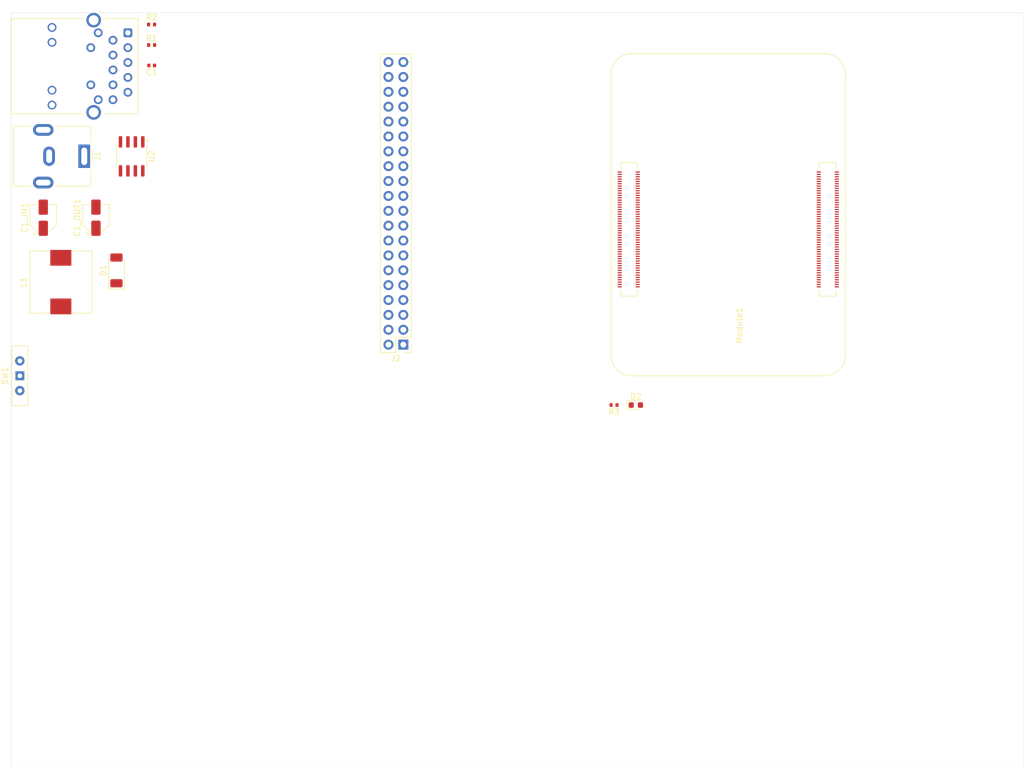
<source format=kicad_pcb>
(kicad_pcb (version 20241229) (generator "pcbnew") (generator_version "9.0")
  (layers (0 "F.Cu" signal) (4 "In1.Cu" signal) (6 "In2.Cu" signal) (2 "B.Cu" signal) (13 "F.Paste" user) (15 "B.Paste" user) (5 "F.SilkS" user "F.Silkscreen") (7 "B.SilkS" user "B.Silkscreen") (1 "F.Mask" user) (3 "B.Mask" user) (25 "Edge.Cuts" user))
  (net 0 "")
  (net 1 "-12V")
  (net 2 "Net-(D1-K)")
  (net 3 "+12V")
  (net 7 "/p+0")
  (net 40 "+3V3")
  (net 41 "+1V8")
  (net 43 "/led2")
  (net 46 "/p+3")
  (net 48 "/p-1")
  (net 56 "+5V")
  (net 61 "/p-2")
  (net 62 "/p+2")
  (net 63 "/p-0")
  (net 64 "/led1")
  (net 65 "/p-3")
  (net 66 "Net-(U1-LEDY_K)")
  (net 67 "Net-(U1-LEDG_K)")
  (net 68 "Net-(C1-Pad2)")
  (net 69 "Net-(D2-K)")
  (net 84 "/GPIO7")
  (net 85 "/GPIO3")
  (net 87 "/GPIO15")
  (net 88 "/GPIO14")
  (net 89 "/GPIO1")
  (net 90 "/GPIO13")
  (net 91 "/GPIO12")
  (net 92 "/GPIO5")
  (net 93 "/GPIO17")
  (net 94 "/GPIO8")
  (net 95 "/GPIO18")
  (net 96 "/GPIO4")
  (net 97 "/GPIO9")
  (net 98 "/GPIO27")
  (net 99 "/GPIO24")
  (net 100 "/GPIO23")
  (net 101 "/GPIO6")
  (net 102 "/GPIO19")
  (net 103 "/GPIO26")
  (net 104 "/GPIO25")
  (net 105 "/GPIO0")
  (net 106 "/GPIO21")
  (net 107 "/GPIO2")
  (net 108 "/GPIO10")
  (net 109 "/GPIO20")
  (net 110 "/GPIO16")
  (net 111 "/GPIO11")
  (net 112 "/GPIO22")
  (net 163 "Net-(Module1A-LED_nPWR)")
  (net 170 "/p+1")
  (net 171 "Net-(SW1-B)")
  (footprint "Resistor_SMD:R_0402_1005Metric" (layer "F.Cu") (at 83.01 41.5)
    (property "Reference" "R1" (at 0 -1.17 0) (layer "F.SilkS"))
    (property "Value" "470R")
    (fp_line (start -0.153641 -0.38) (end 0.153641 -0.38) (stroke (width 0.12)) (layer "F.SilkS"))
    (fp_line (start -0.153641 0.38) (end 0.153641 0.38) (stroke (width 0.12)) (layer "F.SilkS"))
    (pad "1" smd roundrect (at -0.51 0) (size 0.54 0.64) (layers "F.Cu" "F.Mask" "F.Paste") (net 66 "Net-(U1-LEDY_K)"))
    (pad "2" smd roundrect (at 0.51 0) (size 0.54 0.64) (layers "F.Cu" "F.Mask" "F.Paste") (net 64 "/led1"))
  )
  (footprint "Button_Switch_THT:SW_Slide-03_Wuerth-WS-SLTV_10x2.5x6.4_P2.54mm" (layer "F.Cu") (at 60.5 98 90)
    (property "Reference" "SW1" (at 0 -2.54 90) (layer "F.SilkS"))
    (property "Value" "SW_Wuerth_450301014042" (hide yes))
    (fp_rect (start -5.11 -1.36) (end 5.11 1.36) (stroke (width 0.12)) (fill no) (layer "F.SilkS"))
    (pad "1" thru_hole rect (at 0 0 90) (size 1.5 1.5) (drill 0.8) (layers "*.Cu" "*.Mask") (net 171 "Net-(SW1-B)"))
    (pad "2" thru_hole circle (at -2.54 0 90) (size 1.6 1.6) (drill 0.8) (layers "*.Cu" "*.Mask") (net 56 "+5V"))
    (pad "3" thru_hole circle (at 2.54 0 90) (size 1.6 1.6) (drill 0.8) (layers "*.Cu" "*.Mask"))
  )
  (footprint "Capacitor_SMD:C_0402_1005Metric" (layer "F.Cu") (at 83.02 45 180)
    (property "Reference" "C1" (at 0 -1.16 0) (layer "F.SilkS"))
    (property "Value" "100n")
    (fp_line (start -0.107836 0.36) (end 0.107836 0.36) (stroke (width 0.12)) (layer "F.SilkS"))
    (fp_line (start -0.107836 -0.36) (end 0.107836 -0.36) (stroke (width 0.12)) (layer "F.SilkS"))
    (pad "1" smd roundrect (at -0.48 0 180) (size 0.56 0.62) (layers "F.Cu" "F.Mask" "F.Paste") (net 1 "-12V"))
    (pad "2" smd roundrect (at 0.48 0 180) (size 0.56 0.62) (layers "F.Cu" "F.Mask" "F.Paste") (net 68 "Net-(C1-Pad2)"))
  )
  (footprint "Connector_BarrelJack:BarrelJack_CUI_PJ-063AH_Horizontal" (layer "F.Cu") (at 71.5 60.5 -90)
    (property "Reference" "J1" (at 0 -2.3 90) (layer "F.SilkS"))
    (property "Value" "Barrel_Jack")
    (fp_line (start -5.11 12.11) (end -5.11 9.05) (stroke (width 0.12)) (layer "F.SilkS"))
    (fp_line (start 5.11 12.11) (end -5.11 12.11) (stroke (width 0.12)) (layer "F.SilkS"))
    (fp_line (start 5.11 9.05) (end 5.11 12.11) (stroke (width 0.12)) (layer "F.SilkS"))
    (fp_line (start -5.11 4.95) (end -5.11 -1.11) (stroke (width 0.12)) (layer "F.SilkS"))
    (fp_line (start -5.11 -1.11) (end -2.3 -1.11) (stroke (width 0.12)) (layer "F.SilkS"))
    (fp_line (start 2.3 -1.11) (end 5.11 -1.11) (stroke (width 0.12)) (layer "F.SilkS"))
    (fp_line (start 5.11 -1.11) (end 5.11 4.95) (stroke (width 0.12)) (layer "F.SilkS"))
    (fp_line (start -1 -1.3) (end 1 -1.3) (stroke (width 0.12)) (layer "F.SilkS"))
    (pad "" np_thru_hole circle (at 0 9 270) (size 1.6 1.6) (drill 1.6) (layers "*.Cu" "*.Mask"))
    (pad "1" thru_hole rect (at 0 0 270) (size 4 2) (drill oval 3 1) (layers "*.Cu" "*.Mask") (net 1 "-12V"))
    (pad "2" thru_hole oval (at 0 6 270) (size 3.3 2) (drill oval 2.3 1) (layers "*.Cu" "*.Mask") (net 3 "+12V"))
    (pad "MP" thru_hole oval (at -4.5 7 270) (size 2 3.5) (drill oval 1 2.5) (layers "*.Cu" "*.Mask"))
    (pad "MP" thru_hole oval (at 4.5 7 270) (size 2 3.5) (drill oval 1 2.5) (layers "*.Cu" "*.Mask"))
  )
  (footprint "CM5IO:Raspberry-Pi-5-Compute-Module" (layer "F.Cu") (at 165 94.5)
    (property "Reference" "Module1" (at 18.38 -5.08 270) (layer "F.SilkS"))
    (property "Value" "ComputeModule5-CM5")
    (fp_line (start -3.5 -48) (end -3.5 0) (stroke (width 0.12)) (layer "F.SilkS"))
    (fp_line (start -1.86 -32.9) (end -1.86 -31.9) (stroke (width 0.12)) (layer "F.SilkS"))
    (fp_line (start -1.86 -32.9) (end 0.94 -32.9) (stroke (width 0.12)) (layer "F.SilkS"))
    (fp_line (start -1.86 -10.1) (end -1.86 -11.1) (stroke (width 0.12)) (layer "F.SilkS"))
    (fp_line (start -1.86 -10.1) (end 0.94 -10.1) (stroke (width 0.12)) (layer "F.SilkS"))
    (fp_line (start 0 3.5) (end 33 3.5) (stroke (width 0.12)) (layer "F.SilkS"))
    (fp_line (start 0.94 -32.9) (end 0.94 -31.9) (stroke (width 0.12)) (layer "F.SilkS"))
    (fp_line (start 0.94 -10.1) (end 0.94 -11.1) (stroke (width 0.12)) (layer "F.SilkS"))
    (fp_line (start 32.06 -32.9) (end 32.06 -31.9) (stroke (width 0.12)) (layer "F.SilkS"))
    (fp_line (start 32.06 -32.9) (end 34.94 -32.9) (stroke (width 0.12)) (layer "F.SilkS"))
    (fp_line (start 32.06 -10.1) (end 32.06 -11.1) (stroke (width 0.12)) (layer "F.SilkS"))
    (fp_line (start 32.06 -10.1) (end 34.94 -10.1) (stroke (width 0.12)) (layer "F.SilkS"))
    (fp_line (start 33 -51.5) (end 0 -51.5) (stroke (width 0.12)) (layer "F.SilkS"))
    (fp_line (start 34.94 -32.9) (end 34.94 -31.9) (stroke (width 0.12)) (layer "F.SilkS"))
    (fp_line (start 34.94 -10.1) (end 34.94 -11.1) (stroke (width 0.12)) (layer "F.SilkS"))
    (fp_line (start 36.5 0) (end 36.5 -48) (stroke (width 0.12)) (layer "F.SilkS"))
    (fp_arc (start -3.5 -48) (mid -2.474874 -50.474874) (end 0 -51.5) (stroke (width 0.12)) (layer "F.SilkS"))
    (fp_arc (start 0 3.5) (mid -2.474874 2.474874) (end -3.5 0) (stroke (width 0.12)) (layer "F.SilkS"))
    (fp_arc (start 33 -51.5) (mid 35.474874 -50.474874) (end 36.5 -48) (stroke (width 0.12)) (layer "F.SilkS"))
    (fp_arc (start 36.5 0) (mid 35.474874 2.474874) (end 33 3.5) (stroke (width 0.12)) (layer "F.SilkS"))
    (pad "" np_thru_hole circle (at 0 -48) (size 2.7 2.7) (drill 2.7) (layers "*.Cu" "*.Mask") (clearance 1.7))
    (pad "" np_thru_hole circle (at 0 0) (size 2.7 2.7) (drill 2.7) (layers "*.Cu" "*.Mask") (clearance 1.7))
    (pad "" np_thru_hole circle (at 33 -48) (size 2.7 2.7) (drill 2.7) (layers "*.Cu" "*.Mask") (clearance 1.7))
    (pad "" np_thru_hole circle (at 33 0) (size 2.7 2.7) (drill 2.7) (layers "*.Cu" "*.Mask") (clearance 1.7))
    (pad "1" smd rect (at -2.04 -31.3 270) (size 0.2 0.7) (layers "F.Cu" "F.Mask" "F.Paste") (net 1 "-12V"))
    (pad "2" smd rect (at 1.04 -31.3 270) (size 0.2 0.7) (layers "F.Cu" "F.Mask" "F.Paste") (net 1 "-12V"))
    (pad "3" smd rect (at -2.04 -30.9 270) (size 0.2 0.7) (layers "F.Cu" "F.Mask" "F.Paste") (net 46 "/p+3"))
    (pad "4" smd rect (at 1.04 -30.9 270) (size 0.2 0.7) (layers "F.Cu" "F.Mask" "F.Paste") (net 62 "/p+2"))
    (pad "5" smd rect (at -2.04 -30.5 270) (size 0.2 0.7) (layers "F.Cu" "F.Mask" "F.Paste") (net 65 "/p-3"))
    (pad "6" smd rect (at 1.04 -30.5 270) (size 0.2 0.7) (layers "F.Cu" "F.Mask" "F.Paste") (net 48 "/p-1"))
    (pad "7" smd rect (at -2.04 -30.1 270) (size 0.2 0.7) (layers "F.Cu" "F.Mask" "F.Paste") (net 1 "-12V"))
    (pad "8" smd rect (at 1.04 -30.1 270) (size 0.2 0.7) (layers "F.Cu" "F.Mask" "F.Paste") (net 1 "-12V"))
    (pad "9" smd rect (at -2.04 -29.7 270) (size 0.2 0.7) (layers "F.Cu" "F.Mask" "F.Paste") (net 61 "/p-2"))
    (pad "10" smd rect (at 1.04 -29.7 270) (size 0.2 0.7) (layers "F.Cu" "F.Mask" "F.Paste") (net 63 "/p-0"))
    (pad "11" smd rect (at -2.04 -29.3 270) (size 0.2 0.7) (layers "F.Cu" "F.Mask" "F.Paste") (net 62 "/p+2"))
    (pad "12" smd rect (at 1.04 -29.3 270) (size 0.2 0.7) (layers "F.Cu" "F.Mask" "F.Paste") (net 7 "/p+0"))
    (pad "13" smd rect (at -2.04 -28.9 270) (size 0.2 0.7) (layers "F.Cu" "F.Mask" "F.Paste") (net 1 "-12V"))
    (pad "14" smd rect (at 1.04 -28.9 270) (size 0.2 0.7) (layers "F.Cu" "F.Mask" "F.Paste") (net 1 "-12V"))
    (pad "15" smd rect (at -2.04 -28.5 270) (size 0.2 0.7) (layers "F.Cu" "F.Mask" "F.Paste") (net 64 "/led1"))
    (pad "16" smd rect (at 1.04 -28.5 270) (size 0.2 0.7) (layers "F.Cu" "F.Mask" "F.Paste"))
    (pad "17" smd rect (at -2.04 -28.1 270) (size 0.2 0.7) (layers "F.Cu" "F.Mask" "F.Paste") (net 43 "/led2"))
    (pad "18" smd rect (at 1.04 -28.1 270) (size 0.2 0.7) (layers "F.Cu" "F.Mask" "F.Paste"))
    (pad "19" smd rect (at -2.04 -27.7 270) (size 0.2 0.7) (layers "F.Cu" "F.Mask" "F.Paste"))
    (pad "20" smd rect (at 1.04 -27.7 270) (size 0.2 0.7) (layers "F.Cu" "F.Mask" "F.Paste"))
    (pad "21" smd rect (at -2.04 -27.3 270) (size 0.2 0.7) (layers "F.Cu" "F.Mask" "F.Paste"))
    (pad "22" smd rect (at 1.04 -27.3 270) (size 0.2 0.7) (layers "F.Cu" "F.Mask" "F.Paste") (net 1 "-12V"))
    (pad "23" smd rect (at -2.04 -26.9 270) (size 0.2 0.7) (layers "F.Cu" "F.Mask" "F.Paste") (net 1 "-12V"))
    (pad "24" smd rect (at 1.04 -26.9 270) (size 0.2 0.7) (layers "F.Cu" "F.Mask" "F.Paste") (net 103 "/GPIO26"))
    (pad "25" smd rect (at -2.04 -26.5 270) (size 0.2 0.7) (layers "F.Cu" "F.Mask" "F.Paste"))
    (pad "26" smd rect (at 1.04 -26.5 270) (size 0.2 0.7) (layers "F.Cu" "F.Mask" "F.Paste") (net 102 "/GPIO19"))
    (pad "27" smd rect (at -2.04 -26.1 270) (size 0.2 0.7) (layers "F.Cu" "F.Mask" "F.Paste"))
    (pad "28" smd rect (at 1.04 -26.1 270) (size 0.2 0.7) (layers "F.Cu" "F.Mask" "F.Paste") (net 90 "/GPIO13"))
    (pad "29" smd rect (at -2.04 -25.7 270) (size 0.2 0.7) (layers "F.Cu" "F.Mask" "F.Paste"))
    (pad "30" smd rect (at 1.04 -25.7 270) (size 0.2 0.7) (layers "F.Cu" "F.Mask" "F.Paste") (net 101 "/GPIO6"))
    (pad "31" smd rect (at -2.04 -25.3 270) (size 0.2 0.7) (layers "F.Cu" "F.Mask" "F.Paste"))
    (pad "32" smd rect (at 1.04 -25.3 270) (size 0.2 0.7) (layers "F.Cu" "F.Mask" "F.Paste") (net 1 "-12V"))
    (pad "33" smd rect (at -2.04 -24.9 270) (size 0.2 0.7) (layers "F.Cu" "F.Mask" "F.Paste") (net 1 "-12V"))
    (pad "34" smd rect (at 1.04 -24.9 270) (size 0.2 0.7) (layers "F.Cu" "F.Mask" "F.Paste") (net 92 "/GPIO5"))
    (pad "35" smd rect (at -2.04 -24.5 270) (size 0.2 0.7) (layers "F.Cu" "F.Mask" "F.Paste"))
    (pad "36" smd rect (at 1.04 -24.5 270) (size 0.2 0.7) (layers "F.Cu" "F.Mask" "F.Paste"))
    (pad "37" smd rect (at -2.04 -24.1 270) (size 0.2 0.7) (layers "F.Cu" "F.Mask" "F.Paste"))
    (pad "38" smd rect (at 1.04 -24.1 270) (size 0.2 0.7) (layers "F.Cu" "F.Mask" "F.Paste") (net 111 "/GPIO11"))
    (pad "39" smd rect (at -2.04 -23.7 270) (size 0.2 0.7) (layers "F.Cu" "F.Mask" "F.Paste"))
    (pad "40" smd rect (at 1.04 -23.7 270) (size 0.2 0.7) (layers "F.Cu" "F.Mask" "F.Paste") (net 97 "/GPIO9"))
    (pad "41" smd rect (at -2.04 -23.3 270) (size 0.2 0.7) (layers "F.Cu" "F.Mask" "F.Paste"))
    (pad "42" smd rect (at 1.04 -23.3 270) (size 0.2 0.7) (layers "F.Cu" "F.Mask" "F.Paste") (net 1 "-12V"))
    (pad "43" smd rect (at -2.04 -22.9 270) (size 0.2 0.7) (layers "F.Cu" "F.Mask" "F.Paste") (net 1 "-12V"))
    (pad "44" smd rect (at 1.04 -22.9 270) (size 0.2 0.7) (layers "F.Cu" "F.Mask" "F.Paste") (net 108 "/GPIO10"))
    (pad "45" smd rect (at -2.04 -22.5 270) (size 0.2 0.7) (layers "F.Cu" "F.Mask" "F.Paste"))
    (pad "46" smd rect (at 1.04 -22.5 270) (size 0.2 0.7) (layers "F.Cu" "F.Mask" "F.Paste") (net 112 "/GPIO22"))
    (pad "47" smd rect (at -2.04 -22.1 270) (size 0.2 0.7) (layers "F.Cu" "F.Mask" "F.Paste"))
    (pad "48" smd rect (at 1.04 -22.1 270) (size 0.2 0.7) (layers "F.Cu" "F.Mask" "F.Paste") (net 98 "/GPIO27"))
    (pad "49" smd rect (at -2.04 -21.7 270) (size 0.2 0.7) (layers "F.Cu" "F.Mask" "F.Paste"))
    (pad "50" smd rect (at 1.04 -21.7 270) (size 0.2 0.7) (layers "F.Cu" "F.Mask" "F.Paste") (net 93 "/GPIO17"))
    (pad "51" smd rect (at -2.04 -21.3 270) (size 0.2 0.7) (layers "F.Cu" "F.Mask" "F.Paste"))
    (pad "52" smd rect (at 1.04 -21.3 270) (size 0.2 0.7) (layers "F.Cu" "F.Mask" "F.Paste") (net 1 "-12V"))
    (pad "53" smd rect (at -2.04 -20.9 270) (size 0.2 0.7) (layers "F.Cu" "F.Mask" "F.Paste") (net 1 "-12V"))
    (pad "54" smd rect (at 1.04 -20.9 270) (size 0.2 0.7) (layers "F.Cu" "F.Mask" "F.Paste") (net 96 "/GPIO4"))
    (pad "55" smd rect (at -2.04 -20.5 270) (size 0.2 0.7) (layers "F.Cu" "F.Mask" "F.Paste"))
    (pad "56" smd rect (at 1.04 -20.5 270) (size 0.2 0.7) (layers "F.Cu" "F.Mask" "F.Paste") (net 85 "/GPIO3"))
    (pad "57" smd rect (at -2.04 -20.1 270) (size 0.2 0.7) (layers "F.Cu" "F.Mask" "F.Paste"))
    (pad "58" smd rect (at 1.04 -20.1 270) (size 0.2 0.7) (layers "F.Cu" "F.Mask" "F.Paste") (net 107 "/GPIO2"))
    (pad "59" smd rect (at -2.04 -19.7 270) (size 0.2 0.7) (layers "F.Cu" "F.Mask" "F.Paste"))
    (pad "60" smd rect (at 1.04 -19.7 270) (size 0.2 0.7) (layers "F.Cu" "F.Mask" "F.Paste") (net 1 "-12V"))
    (pad "61" smd rect (at -2.04 -19.3 270) (size 0.2 0.7) (layers "F.Cu" "F.Mask" "F.Paste"))
    (pad "62" smd rect (at 1.04 -19.3 270) (size 0.2 0.7) (layers "F.Cu" "F.Mask" "F.Paste"))
    (pad "63" smd rect (at -2.04 -18.9 270) (size 0.2 0.7) (layers "F.Cu" "F.Mask" "F.Paste"))
    (pad "64" smd rect (at 1.04 -18.9 270) (size 0.2 0.7) (layers "F.Cu" "F.Mask" "F.Paste"))
    (pad "65" smd rect (at -2.04 -18.5 270) (size 0.2 0.7) (layers "F.Cu" "F.Mask" "F.Paste") (net 1 "-12V"))
    (pad "66" smd rect (at 1.04 -18.5 270) (size 0.2 0.7) (layers "F.Cu" "F.Mask" "F.Paste") (net 1 "-12V"))
    (pad "67" smd rect (at -2.04 -18.1 270) (size 0.2 0.7) (layers "F.Cu" "F.Mask" "F.Paste"))
    (pad "68" smd rect (at 1.04 -18.1 270) (size 0.2 0.7) (layers "F.Cu" "F.Mask" "F.Paste"))
    (pad "69" smd rect (at -2.04 -17.7 270) (size 0.2 0.7) (layers "F.Cu" "F.Mask" "F.Paste"))
    (pad "70" smd rect (at 1.04 -17.7 270) (size 0.2 0.7) (layers "F.Cu" "F.Mask" "F.Paste"))
    (pad "71" smd rect (at -2.04 -17.3 270) (size 0.2 0.7) (layers "F.Cu" "F.Mask" "F.Paste") (net 1 "-12V"))
    (pad "72" smd rect (at 1.04 -17.3 270) (size 0.2 0.7) (layers "F.Cu" "F.Mask" "F.Paste"))
    (pad "73" smd rect (at -2.04 -16.9 270) (size 0.2 0.7) (layers "F.Cu" "F.Mask" "F.Paste"))
    (pad "74" smd rect (at 1.04 -16.9 270) (size 0.2 0.7) (layers "F.Cu" "F.Mask" "F.Paste") (net 1 "-12V"))
    (pad "75" smd rect (at -2.04 -16.5 270) (size 0.2 0.7) (layers "F.Cu" "F.Mask" "F.Paste"))
    (pad "76" smd rect (at 1.04 -16.5 270) (size 0.2 0.7) (layers "F.Cu" "F.Mask" "F.Paste"))
    (pad "77" smd rect (at -2.04 -16.1 270) (size 0.2 0.7) (layers "F.Cu" "F.Mask" "F.Paste") (net 56 "+5V"))
    (pad "78" smd rect (at 1.04 -16.1 270) (size 0.2 0.7) (layers "F.Cu" "F.Mask" "F.Paste"))
    (pad "79" smd rect (at -2.04 -15.7 270) (size 0.2 0.7) (layers "F.Cu" "F.Mask" "F.Paste") (net 56 "+5V"))
    (pad "80" smd rect (at 1.04 -15.7 270) (size 0.2 0.7) (layers "F.Cu" "F.Mask" "F.Paste"))
    (pad "81" smd rect (at -2.04 -15.3 270) (size 0.2 0.7) (layers "F.Cu" "F.Mask" "F.Paste") (net 56 "+5V"))
    (pad "82" smd rect (at 1.04 -15.3 270) (size 0.2 0.7) (layers "F.Cu" "F.Mask" "F.Paste"))
    (pad "83" smd rect (at -2.04 -14.9 270) (size 0.2 0.7) (layers "F.Cu" "F.Mask" "F.Paste") (net 56 "+5V"))
    (pad "84" smd rect (at 1.04 -14.9 270) (size 0.2 0.7) (layers "F.Cu" "F.Mask" "F.Paste") (net 40 "+3V3"))
    (pad "85" smd rect (at -2.04 -14.5 270) (size 0.2 0.7) (layers "F.Cu" "F.Mask" "F.Paste") (net 56 "+5V"))
    (pad "86" smd rect (at 1.04 -14.5 270) (size 0.2 0.7) (layers "F.Cu" "F.Mask" "F.Paste") (net 40 "+3V3"))
    (pad "87" smd rect (at -2.04 -14.1 270) (size 0.2 0.7) (layers "F.Cu" "F.Mask" "F.Paste") (net 56 "+5V"))
    (pad "88" smd rect (at 1.04 -14.1 270) (size 0.2 0.7) (layers "F.Cu" "F.Mask" "F.Paste") (net 41 "+1V8"))
    (pad "89" smd rect (at -2.04 -13.7 270) (size 0.2 0.7) (layers "F.Cu" "F.Mask" "F.Paste"))
    (pad "90" smd rect (at 1.04 -13.7 270) (size 0.2 0.7) (layers "F.Cu" "F.Mask" "F.Paste") (net 41 "+1V8"))
    (pad "91" smd rect (at -2.04 -13.3 270) (size 0.2 0.7) (layers "F.Cu" "F.Mask" "F.Paste"))
    (pad "92" smd rect (at 1.04 -13.3 270) (size 0.2 0.7) (layers "F.Cu" "F.Mask" "F.Paste"))
    (pad "93" smd rect (at -2.04 -12.9 270) (size 0.2 0.7) (layers "F.Cu" "F.Mask" "F.Paste"))
    (pad "94" smd rect (at 1.04 -12.9 270) (size 0.2 0.7) (layers "F.Cu" "F.Mask" "F.Paste"))
    (pad "95" smd rect (at -2.04 -12.5 270) (size 0.2 0.7) (layers "F.Cu" "F.Mask" "F.Paste") (net 163 "Net-(Module1A-LED_nPWR)"))
    (pad "96" smd rect (at 1.04 -12.5 270) (size 0.2 0.7) (layers "F.Cu" "F.Mask" "F.Paste"))
    (pad "97" smd rect (at -2.04 -12.1 270) (size 0.2 0.7) (layers "F.Cu" "F.Mask" "F.Paste"))
    (pad "98" smd rect (at 1.04 -12.1 270) (size 0.2 0.7) (layers "F.Cu" "F.Mask" "F.Paste") (net 1 "-12V"))
    (pad "99" smd rect (at -2.04 -11.7 270) (size 0.2 0.7) (layers "F.Cu" "F.Mask" "F.Paste"))
    (pad "100" smd rect (at 1.04 -11.7 270) (size 0.2 0.7) (layers "F.Cu" "F.Mask" "F.Paste"))
    (pad "101" smd rect (at 31.96 -31.3 270) (size 0.2 0.7) (layers "F.Cu" "F.Mask" "F.Paste"))
    (pad "102" smd rect (at 35.04 -31.3 270) (size 0.2 0.7) (layers "F.Cu" "F.Mask" "F.Paste"))
    (pad "103" smd rect (at 31.96 -30.9 270) (size 0.2 0.7) (layers "F.Cu" "F.Mask" "F.Paste"))
    (pad "104" smd rect (at 35.04 -30.9 270) (size 0.2 0.7) (layers "F.Cu" "F.Mask" "F.Paste"))
    (pad "105" smd rect (at 31.96 -30.5 270) (size 0.2 0.7) (layers "F.Cu" "F.Mask" "F.Paste"))
    (pad "106" smd rect (at 35.04 -30.5 270) (size 0.2 0.7) (layers "F.Cu" "F.Mask" "F.Paste"))
    (pad "107" smd rect (at 31.96 -30.1 270) (size 0.2 0.7) (layers "F.Cu" "F.Mask" "F.Paste") (net 1 "-12V"))
    (pad "108" smd rect (at 35.04 -30.1 270) (size 0.2 0.7) (layers "F.Cu" "F.Mask" "F.Paste") (net 1 "-12V"))
    (pad "109" smd rect (at 31.96 -29.7 270) (size 0.2 0.7) (layers "F.Cu" "F.Mask" "F.Paste"))
    (pad "110" smd rect (at 35.04 -29.7 270) (size 0.2 0.7) (layers "F.Cu" "F.Mask" "F.Paste"))
    (pad "111" smd rect (at 31.96 -29.3 270) (size 0.2 0.7) (layers "F.Cu" "F.Mask" "F.Paste"))
    (pad "112" smd rect (at 35.04 -29.3 270) (size 0.2 0.7) (layers "F.Cu" "F.Mask" "F.Paste"))
    (pad "113" smd rect (at 31.96 -28.9 270) (size 0.2 0.7) (layers "F.Cu" "F.Mask" "F.Paste"))
    (pad "114" smd rect (at 35.04 -28.9 270) (size 0.2 0.7) (layers "F.Cu" "F.Mask" "F.Paste") (net 1 "-12V"))
    (pad "115" smd rect (at 31.96 -28.5 270) (size 0.2 0.7) (layers "F.Cu" "F.Mask" "F.Paste"))
    (pad "116" smd rect (at 35.04 -28.5 270) (size 0.2 0.7) (layers "F.Cu" "F.Mask" "F.Paste"))
    (pad "117" smd rect (at 31.96 -28.1 270) (size 0.2 0.7) (layers "F.Cu" "F.Mask" "F.Paste"))
    (pad "118" smd rect (at 35.04 -28.1 270) (size 0.2 0.7) (layers "F.Cu" "F.Mask" "F.Paste"))
    (pad "119" smd rect (at 31.96 -27.7 270) (size 0.2 0.7) (layers "F.Cu" "F.Mask" "F.Paste") (net 1 "-12V"))
    (pad "120" smd rect (at 35.04 -27.7 270) (size 0.2 0.7) (layers "F.Cu" "F.Mask" "F.Paste") (net 1 "-12V"))
    (pad "121" smd rect (at 31.96 -27.3 270) (size 0.2 0.7) (layers "F.Cu" "F.Mask" "F.Paste"))
    (pad "122" smd rect (at 35.04 -27.3 270) (size 0.2 0.7) (layers "F.Cu" "F.Mask" "F.Paste"))
    (pad "123" smd rect (at 31.96 -26.9 270) (size 0.2 0.7) (layers "F.Cu" "F.Mask" "F.Paste"))
    (pad "124" smd rect (at 35.04 -26.9 270) (size 0.2 0.7) (layers "F.Cu" "F.Mask" "F.Paste"))
    (pad "125" smd rect (at 31.96 -26.5 270) (size 0.2 0.7) (layers "F.Cu" "F.Mask" "F.Paste") (net 1 "-12V"))
    (pad "126" smd rect (at 35.04 -26.5 270) (size 0.2 0.7) (layers "F.Cu" "F.Mask" "F.Paste") (net 1 "-12V"))
    (pad "127" smd rect (at 31.96 -26.1 270) (size 0.2 0.7) (layers "F.Cu" "F.Mask" "F.Paste"))
    (pad "128" smd rect (at 35.04 -26.1 270) (size 0.2 0.7) (layers "F.Cu" "F.Mask" "F.Paste"))
    (pad "129" smd rect (at 31.96 -25.7 270) (size 0.2 0.7) (layers "F.Cu" "F.Mask" "F.Paste"))
    (pad "130" smd rect (at 35.04 -25.7 270) (size 0.2 0.7) (layers "F.Cu" "F.Mask" "F.Paste"))
    (pad "131" smd rect (at 31.96 -25.3 270) (size 0.2 0.7) (layers "F.Cu" "F.Mask" "F.Paste") (net 1 "-12V"))
    (pad "132" smd rect (at 35.04 -25.3 270) (size 0.2 0.7) (layers "F.Cu" "F.Mask" "F.Paste") (net 1 "-12V"))
    (pad "133" smd rect (at 31.96 -24.9 270) (size 0.2 0.7) (layers "F.Cu" "F.Mask" "F.Paste"))
    (pad "134" smd rect (at 35.04 -24.9 270) (size 0.2 0.7) (layers "F.Cu" "F.Mask" "F.Paste"))
    (pad "135" smd rect (at 31.96 -24.5 270) (size 0.2 0.7) (layers "F.Cu" "F.Mask" "F.Paste"))
    (pad "136" smd rect (at 35.04 -24.5 270) (size 0.2 0.7) (layers "F.Cu" "F.Mask" "F.Paste"))
    (pad "137" smd rect (at 31.96 -24.1 270) (size 0.2 0.7) (layers "F.Cu" "F.Mask" "F.Paste") (net 1 "-12V"))
    (pad "138" smd rect (at 35.04 -24.1 270) (size 0.2 0.7) (layers "F.Cu" "F.Mask" "F.Paste") (net 1 "-12V"))
    (pad "139" smd rect (at 31.96 -23.7 270) (size 0.2 0.7) (layers "F.Cu" "F.Mask" "F.Paste"))
    (pad "140" smd rect (at 35.04 -23.7 270) (size 0.2 0.7) (layers "F.Cu" "F.Mask" "F.Paste"))
    (pad "141" smd rect (at 31.96 -23.3 270) (size 0.2 0.7) (layers "F.Cu" "F.Mask" "F.Paste"))
    (pad "142" smd rect (at 35.04 -23.3 270) (size 0.2 0.7) (layers "F.Cu" "F.Mask" "F.Paste"))
    (pad "143" smd rect (at 31.96 -22.9 270) (size 0.2 0.7) (layers "F.Cu" "F.Mask" "F.Paste"))
    (pad "144" smd rect (at 35.04 -22.9 270) (size 0.2 0.7) (layers "F.Cu" "F.Mask" "F.Paste") (net 1 "-12V"))
    (pad "145" smd rect (at 31.96 -22.5 270) (size 0.2 0.7) (layers "F.Cu" "F.Mask" "F.Paste"))
    (pad "146" smd rect (at 35.04 -22.5 270) (size 0.2 0.7) (layers "F.Cu" "F.Mask" "F.Paste"))
    (pad "147" smd rect (at 31.96 -22.1 270) (size 0.2 0.7) (layers "F.Cu" "F.Mask" "F.Paste"))
    (pad "148" smd rect (at 35.04 -22.1 270) (size 0.2 0.7) (layers "F.Cu" "F.Mask" "F.Paste"))
    (pad "149" smd rect (at 31.96 -21.7 270) (size 0.2 0.7) (layers "F.Cu" "F.Mask" "F.Paste"))
    (pad "150" smd rect (at 35.04 -21.7 270) (size 0.2 0.7) (layers "F.Cu" "F.Mask" "F.Paste") (net 1 "-12V"))
    (pad "151" smd rect (at 31.96 -21.3 270) (size 0.2 0.7) (layers "F.Cu" "F.Mask" "F.Paste"))
    (pad "152" smd rect (at 35.04 -21.3 270) (size 0.2 0.7) (layers "F.Cu" "F.Mask" "F.Paste"))
    (pad "153" smd rect (at 31.96 -20.9 270) (size 0.2 0.7) (layers "F.Cu" "F.Mask" "F.Paste"))
    (pad "154" smd rect (at 35.04 -20.9 270) (size 0.2 0.7) (layers "F.Cu" "F.Mask" "F.Paste"))
    (pad "155" smd rect (at 31.96 -20.5 270) (size 0.2 0.7) (layers "F.Cu" "F.Mask" "F.Paste") (net 1 "-12V"))
    (pad "156" smd rect (at 35.04 -20.5 270) (size 0.2 0.7) (layers "F.Cu" "F.Mask" "F.Paste") (net 1 "-12V"))
    (pad "157" smd rect (at 31.96 -20.1 270) (size 0.2 0.7) (layers "F.Cu" "F.Mask" "F.Paste"))
    (pad "158" smd rect (at 35.04 -20.1 270) (size 0.2 0.7) (layers "F.Cu" "F.Mask" "F.Paste"))
    (pad "159" smd rect (at 31.96 -19.7 270) (size 0.2 0.7) (layers "F.Cu" "F.Mask" "F.Paste"))
    (pad "160" smd rect (at 35.04 -19.7 270) (size 0.2 0.7) (layers "F.Cu" "F.Mask" "F.Paste"))
    (pad "161" smd rect (at 31.96 -19.3 270) (size 0.2 0.7) (layers "F.Cu" "F.Mask" "F.Paste") (net 1 "-12V"))
    (pad "162" smd rect (at 35.04 -19.3 270) (size 0.2 0.7) (layers "F.Cu" "F.Mask" "F.Paste") (net 1 "-12V"))
    (pad "163" smd rect (at 31.96 -18.9 270) (size 0.2 0.7) (layers "F.Cu" "F.Mask" "F.Paste"))
    (pad "164" smd rect (at 35.04 -18.9 270) (size 0.2 0.7) (layers "F.Cu" "F.Mask" "F.Paste"))
    (pad "165" smd rect (at 31.96 -18.5 270) (size 0.2 0.7) (layers "F.Cu" "F.Mask" "F.Paste"))
    (pad "166" smd rect (at 35.04 -18.5 270) (size 0.2 0.7) (layers "F.Cu" "F.Mask" "F.Paste"))
    (pad "167" smd rect (at 31.96 -18.1 270) (size 0.2 0.7) (layers "F.Cu" "F.Mask" "F.Paste") (net 1 "-12V"))
    (pad "168" smd rect (at 35.04 -18.1 270) (size 0.2 0.7) (layers "F.Cu" "F.Mask" "F.Paste") (net 1 "-12V"))
    (pad "169" smd rect (at 31.96 -17.7 270) (size 0.2 0.7) (layers "F.Cu" "F.Mask" "F.Paste"))
    (pad "170" smd rect (at 35.04 -17.7 270) (size 0.2 0.7) (layers "F.Cu" "F.Mask" "F.Paste"))
    (pad "171" smd rect (at 31.96 -17.3 270) (size 0.2 0.7) (layers "F.Cu" "F.Mask" "F.Paste"))
    (pad "172" smd rect (at 35.04 -17.3 270) (size 0.2 0.7) (layers "F.Cu" "F.Mask" "F.Paste"))
    (pad "173" smd rect (at 31.96 -16.9 270) (size 0.2 0.7) (layers "F.Cu" "F.Mask" "F.Paste") (net 1 "-12V"))
    (pad "174" smd rect (at 35.04 -16.9 270) (size 0.2 0.7) (layers "F.Cu" "F.Mask" "F.Paste") (net 1 "-12V"))
    (pad "175" smd rect (at 31.96 -16.5 270) (size 0.2 0.7) (layers "F.Cu" "F.Mask" "F.Paste"))
    (pad "176" smd rect (at 35.04 -16.5 270) (size 0.2 0.7) (layers "F.Cu" "F.Mask" "F.Paste"))
    (pad "177" smd rect (at 31.96 -16.1 270) (size 0.2 0.7) (layers "F.Cu" "F.Mask" "F.Paste"))
    (pad "178" smd rect (at 35.04 -16.1 270) (size 0.2 0.7) (layers "F.Cu" "F.Mask" "F.Paste"))
    (pad "179" smd rect (at 31.96 -15.7 270) (size 0.2 0.7) (layers "F.Cu" "F.Mask" "F.Paste") (net 1 "-12V"))
    (pad "180" smd rect (at 35.04 -15.7 270) (size 0.2 0.7) (layers "F.Cu" "F.Mask" "F.Paste") (net 1 "-12V"))
    (pad "181" smd rect (at 31.96 -15.3 270) (size 0.2 0.7) (layers "F.Cu" "F.Mask" "F.Paste"))
    (pad "182" smd rect (at 35.04 -15.3 270) (size 0.2 0.7) (layers "F.Cu" "F.Mask" "F.Paste"))
    (pad "183" smd rect (at 31.96 -14.9 270) (size 0.2 0.7) (layers "F.Cu" "F.Mask" "F.Paste"))
    (pad "184" smd rect (at 35.04 -14.9 270) (size 0.2 0.7) (layers "F.Cu" "F.Mask" "F.Paste"))
    (pad "185" smd rect (at 31.96 -14.5 270) (size 0.2 0.7) (layers "F.Cu" "F.Mask" "F.Paste") (net 1 "-12V"))
    (pad "186" smd rect (at 35.04 -14.5 270) (size 0.2 0.7) (layers "F.Cu" "F.Mask" "F.Paste") (net 1 "-12V"))
    (pad "187" smd rect (at 31.96 -14.1 270) (size 0.2 0.7) (layers "F.Cu" "F.Mask" "F.Paste"))
    (pad "188" smd rect (at 35.04 -14.1 270) (size 0.2 0.7) (layers "F.Cu" "F.Mask" "F.Paste"))
    (pad "189" smd rect (at 31.96 -13.7 270) (size 0.2 0.7) (layers "F.Cu" "F.Mask" "F.Paste"))
    (pad "190" smd rect (at 35.04 -13.7 270) (size 0.2 0.7) (layers "F.Cu" "F.Mask" "F.Paste"))
    (pad "191" smd rect (at 31.96 -13.3 270) (size 0.2 0.7) (layers "F.Cu" "F.Mask" "F.Paste") (net 1 "-12V"))
    (pad "192" smd rect (at 35.04 -13.3 270) (size 0.2 0.7) (layers "F.Cu" "F.Mask" "F.Paste") (net 1 "-12V"))
    (pad "193" smd rect (at 31.96 -12.9 270) (size 0.2 0.7) (layers "F.Cu" "F.Mask" "F.Paste"))
    (pad "194" smd rect (at 35.04 -12.9 270) (size 0.2 0.7) (layers "F.Cu" "F.Mask" "F.Paste"))
    (pad "195" smd rect (at 31.96 -12.5 270) (size 0.2 0.7) (layers "F.Cu" "F.Mask" "F.Paste"))
    (pad "196" smd rect (at 35.04 -12.5 270) (size 0.2 0.7) (layers "F.Cu" "F.Mask" "F.Paste"))
    (pad "197" smd rect (at 31.96 -12.1 270) (size 0.2 0.7) (layers "F.Cu" "F.Mask" "F.Paste") (net 1 "-12V"))
    (pad "198" smd rect (at 35.04 -12.1 270) (size 0.2 0.7) (layers "F.Cu" "F.Mask" "F.Paste") (net 1 "-12V"))
    (pad "199" smd rect (at 31.96 -11.7 270) (size 0.2 0.7) (layers "F.Cu" "F.Mask" "F.Paste"))
    (pad "200" smd rect (at 35.04 -11.7 270) (size 0.2 0.7) (layers "F.Cu" "F.Mask" "F.Paste"))
  )
  (footprint "Package_SO:SOIC-8_3.9x4.9mm_P1.27mm" (layer "F.Cu") (at 79.595 60.525 -90)
    (property "Reference" "U2" (at 0 -3.4 90) (layer "F.SilkS"))
    (property "Value" "GL2576-5.0SF8DR")
    (fp_line (start 0 2.56) (end -1.95 2.56) (stroke (width 0.12)) (layer "F.SilkS"))
    (fp_line (start 0 2.56) (end 1.95 2.56) (stroke (width 0.12)) (layer "F.SilkS"))
    (fp_line (start 0 -2.56) (end -1.95 -2.56) (stroke (width 0.12)) (layer "F.SilkS"))
    (fp_line (start 0 -2.56) (end 1.95 -2.56) (stroke (width 0.12)) (layer "F.SilkS"))
    (fp_poly (pts (xy -2.7 -2.465) (xy -2.94 -2.795) (xy -2.46 -2.795)) (stroke (width 0.12)) (fill yes) (layer "F.SilkS"))
    (pad "1" smd roundrect (at -2.475 -1.905 270) (size 1.95 0.6) (layers "F.Cu" "F.Mask" "F.Paste") (net 3 "+12V"))
    (pad "2" smd roundrect (at -2.475 -0.635 270) (size 1.95 0.6) (layers "F.Cu" "F.Mask" "F.Paste") (net 2 "Net-(D1-K)"))
    (pad "3" smd roundrect (at -2.475 0.635 270) (size 1.95 0.6) (layers "F.Cu" "F.Mask" "F.Paste") (net 171 "Net-(SW1-B)"))
    (pad "4" smd roundrect (at -2.475 1.905 270) (size 1.95 0.6) (layers "F.Cu" "F.Mask" "F.Paste") (net 1 "-12V"))
    (pad "5" smd roundrect (at 2.475 1.905 270) (size 1.95 0.6) (layers "F.Cu" "F.Mask" "F.Paste") (net 1 "-12V"))
    (pad "6" smd roundrect (at 2.475 0.635 270) (size 1.95 0.6) (layers "F.Cu" "F.Mask" "F.Paste") (net 1 "-12V"))
    (pad "7" smd roundrect (at 2.475 -0.635 270) (size 1.95 0.6) (layers "F.Cu" "F.Mask" "F.Paste") (net 1 "-12V"))
    (pad "8" smd roundrect (at 2.475 -1.905 270) (size 1.95 0.6) (layers "F.Cu" "F.Mask" "F.Paste") (net 1 "-12V"))
  )
  (footprint "Diode_SMD:D_SOD-128" (layer "F.Cu") (at 77 80 90)
    (property "Reference" "D1" (at 0 -2.25 90) (layer "F.SilkS"))
    (property "Value" "1N5822")
    (fp_line (start -3.16 -1.36) (end 1.9 -1.36) (stroke (width 0.12)) (layer "F.SilkS"))
    (fp_line (start -3.16 -1.36) (end -3.16 1.36) (stroke (width 0.12)) (layer "F.SilkS"))
    (fp_line (start -3.16 1.36) (end 1.9 1.36) (stroke (width 0.12)) (layer "F.SilkS"))
    (pad "1" smd roundrect (at -2.2 0 90) (size 1.4 2.1) (layers "F.Cu" "F.Mask" "F.Paste") (roundrect_rratio 0.1785714286) (net 2 "Net-(D1-K)"))
    (pad "2" smd roundrect (at 2.2 0 90) (size 1.4 2.1) (layers "F.Cu" "F.Mask" "F.Paste") (roundrect_rratio 0.1785714286) (net 1 "-12V"))
  )
  (footprint "CM5IO:TRJG0926HENL" (layer "F.Cu") (at 70.06 45.13 -90)
    (property "Reference" "U1" (hide yes))
    (property "Value" "MagJack-A70-112-331N126")
    (fp_line (start 8.12 11.02) (end -8.12 11.02) (stroke (width 0.12)) (layer "F.SilkS"))
    (fp_line (start -7.9 10.9) (end -7.9 11.15) (stroke (width 0.12)) (layer "F.SilkS"))
    (fp_line (start -8 10.75) (end -8.25 10.75) (stroke (width 0.12)) (layer "F.SilkS"))
    (fp_line (start -8.12 -1.43) (end -8.12 11.02) (stroke (width 0.12)) (layer "F.SilkS"))
    (fp_line (start 8.12 -1.43) (end 8.12 11.02) (stroke (width 0.12)) (layer "F.SilkS"))
    (fp_line (start -8.12 -10.62) (end -8.12 -4.71) (stroke (width 0.12)) (layer "F.SilkS"))
    (fp_line (start -8.12 -10.62) (end 8.12 -10.62) (stroke (width 0.12)) (layer "F.SilkS"))
    (fp_line (start 8.12 -10.62) (end 8.12 -4.71) (stroke (width 0.12)) (layer "F.SilkS"))
    (pad "" np_thru_hole circle (at -5.715 0 270) (size 3.2 3.2) (drill 3.2) (layers "*.Cu" "*.Mask"))
    (pad "" np_thru_hole circle (at 5.715 0 270) (size 3.2 3.2) (drill 3.2) (layers "*.Cu" "*.Mask"))
    (pad "1" thru_hole roundrect (at -5.715 -8.89 270) (size 1.5 1.5) (drill 0.9) (layers "*.Cu" "*.Mask") (roundrect_rratio 0.167) (net 7 "/p+0"))
    (pad "2" thru_hole circle (at -4.445 -6.35 270) (size 1.5 1.5) (drill 0.9) (layers "*.Cu" "*.Mask") (net 63 "/p-0"))
    (pad "3" thru_hole circle (at -3.175 -8.89 270) (size 1.5 1.5) (drill 0.9) (layers "*.Cu" "*.Mask") (net 170 "/p+1"))
    (pad "4" thru_hole circle (at -1.905 -6.35 270) (size 1.5 1.5) (drill 0.9) (layers "*.Cu" "*.Mask") (net 68 "Net-(C1-Pad2)"))
    (pad "5" thru_hole circle (at -0.635 -8.89 270) (size 1.5 1.5) (drill 0.9) (layers "*.Cu" "*.Mask") (net 68 "Net-(C1-Pad2)"))
    (pad "6" thru_hole circle (at 0.635 -6.35) (size 1.5 1.5) (drill 0.9) (layers "*.Cu" "*.Mask") (net 48 "/p-1"))
    (pad "7" thru_hole circle (at 1.905 -8.89 270) (size 1.5 1.5) (drill 0.9) (layers "*.Cu" "*.Mask") (net 62 "/p+2"))
    (pad "8" thru_hole circle (at 3.175 -6.35 270) (size 1.5 1.5) (drill 0.9) (layers "*.Cu" "*.Mask") (net 61 "/p-2"))
    (pad "9" thru_hole circle (at 4.445 -8.89 270) (size 1.5 1.5) (drill 0.9) (layers "*.Cu" "*.Mask") (net 46 "/p+3"))
    (pad "10" thru_hole circle (at 5.715 -6.35 270) (size 1.5 1.5) (drill 0.9) (layers "*.Cu" "*.Mask") (net 65 "/p-3"))
    (pad "11" thru_hole circle (at -5.715 -3.83 270) (size 1.5 1.5) (drill 0.9) (layers "*.Cu" "*.Mask"))
    (pad "12" thru_hole circle (at -3.175 -2.56 270) (size 1.5 1.5) (drill 0.9) (layers "*.Cu" "*.Mask"))
    (pad "13" thru_hole circle (at 3.175 -2.56 270) (size 1.5 1.5) (drill 0.9) (layers "*.Cu" "*.Mask"))
    (pad "14" thru_hole circle (at 5.715 -3.83 270) (size 1.5 1.5) (drill 0.9) (layers "*.Cu" "*.Mask"))
    (pad "15" thru_hole circle (at -6.63 4.06 270) (size 1.5 1.5) (drill 1.02) (layers "*.Cu" "*.Mask") (net 40 "+3V3"))
    (pad "16" thru_hole circle (at -4.09 4.06 270) (size 1.5 1.5) (drill 1.02) (layers "*.Cu" "*.Mask") (net 66 "Net-(U1-LEDY_K)"))
    (pad "17" thru_hole circle (at 4.09 4.06 270) (size 1.5 1.5) (drill 1.02) (layers "*.Cu" "*.Mask") (net 40 "+3V3"))
    (pad "18" thru_hole circle (at 6.63 4.06 270) (size 1.5 1.5) (drill 1.02) (layers "*.Cu" "*.Mask") (net 67 "Net-(U1-LEDG_K)"))
    (pad "19" thru_hole circle (at -7.875 -3.05 270) (size 2.5 2.5) (drill 1.7) (layers "*.Cu" "*.Mask") (net 1 "-12V"))
    (pad "20" thru_hole circle (at 7.875 -3.05 270) (size 2.5 2.5) (drill 1.7) (layers "*.Cu" "*.Mask") (net 1 "-12V"))
  )
  (footprint "Resistor_SMD:R_0402_1005Metric" (layer "F.Cu") (at 83 38)
    (property "Reference" "R2" (at 0 -1.17 0) (layer "F.SilkS"))
    (property "Value" "470R")
    (fp_line (start -0.153641 -0.38) (end 0.153641 -0.38) (stroke (width 0.12)) (layer "F.SilkS"))
    (fp_line (start -0.153641 0.38) (end 0.153641 0.38) (stroke (width 0.12)) (layer "F.SilkS"))
    (pad "1" smd roundrect (at -0.51 0) (size 0.54 0.64) (layers "F.Cu" "F.Mask" "F.Paste") (net 67 "Net-(U1-LEDG_K)"))
    (pad "2" smd roundrect (at 0.51 0) (size 0.54 0.64) (layers "F.Cu" "F.Mask" "F.Paste") (net 43 "/led2"))
  )
  (footprint "Capacitor_SMD:CP_Elec_4x5.8" (layer "F.Cu") (at 73.5 71 90)
    (property "Reference" "C1_OUT1" (at 0 -3.2 90) (layer "F.SilkS"))
    (property "Value" "680uF")
    (fp_line (start 2.26 -2.26) (end 2.26 -1.06) (stroke (width 0.12)) (layer "F.SilkS"))
    (fp_line (start -1.195563 -2.26) (end 2.26 -2.26) (stroke (width 0.12)) (layer "F.SilkS"))
    (fp_line (start -2.75 -1.81) (end -2.75 -1.31) (stroke (width 0.12)) (layer "F.SilkS"))
    (fp_line (start -3 -1.56) (end -2.5 -1.56) (stroke (width 0.12)) (layer "F.SilkS"))
    (fp_line (start -2.26 -1.195563) (end -1.195563 -2.26) (stroke (width 0.12)) (layer "F.SilkS"))
    (fp_line (start -2.26 -1.195563) (end -2.26 -1.06) (stroke (width 0.12)) (layer "F.SilkS"))
    (fp_line (start -2.26 1.195563) (end -2.26 1.06) (stroke (width 0.12)) (layer "F.SilkS"))
    (fp_line (start -2.26 1.195563) (end -1.195563 2.26) (stroke (width 0.12)) (layer "F.SilkS"))
    (fp_line (start 2.26 2.26) (end 2.26 1.06) (stroke (width 0.12)) (layer "F.SilkS"))
    (fp_line (start -1.195563 2.26) (end 2.26 2.26) (stroke (width 0.12)) (layer "F.SilkS"))
    (pad "1" smd roundrect (at -1.8 0 90) (size 2.6 1.6) (layers "F.Cu" "F.Mask" "F.Paste") (roundrect_rratio 0.15625) (net 171 "Net-(SW1-B)"))
    (pad "2" smd roundrect (at 1.8 0 90) (size 2.6 1.6) (layers "F.Cu" "F.Mask" "F.Paste") (roundrect_rratio 0.15625) (net 1 "-12V"))
  )
  (footprint "Inductor_SMD:L_10.4x10.4_H4.8" (layer "F.Cu") (at 67.5 82 90)
    (property "Reference" "L1" (at 0 -6.35 90) (layer "F.SilkS"))
    (property "Value" "100uH")
    (fp_line (start 5.3 -5.3) (end 5.3 -2.1) (stroke (width 0.12)) (layer "F.SilkS"))
    (fp_line (start -5.3 -5.3) (end 5.3 -5.3) (stroke (width 0.12)) (layer "F.SilkS"))
    (fp_line (start -5.3 -2.1) (end -5.3 -5.3) (stroke (width 0.12)) (layer "F.SilkS"))
    (fp_line (start 5.3 2.1) (end 5.3 5.3) (stroke (width 0.12)) (layer "F.SilkS"))
    (fp_line (start 5.3 5.3) (end -5.3 5.3) (stroke (width 0.12)) (layer "F.SilkS"))
    (fp_line (start -5.3 5.3) (end -5.3 2.1) (stroke (width 0.12)) (layer "F.SilkS"))
    (pad "1" smd rect (at -4.15 0 90) (size 2.7 3.6) (layers "F.Cu" "F.Mask" "F.Paste") (net 171 "Net-(SW1-B)"))
    (pad "2" smd rect (at 4.15 0 90) (size 2.7 3.6) (layers "F.Cu" "F.Mask" "F.Paste") (net 2 "Net-(D1-K)"))
  )
  (footprint "Connector_PinHeader_2.54mm:PinHeader_2x20_P2.54mm_Vertical" (layer "F.Cu") (at 126 92.68 180)
    (property "Reference" "J2" (at 1.27 -2.38 0) (layer "F.SilkS"))
    (property "Value" "Conn_02x20_Odd_Even" (hide yes))
    (fp_line (start 3.92 -1.38) (end 3.92 49.64) (stroke (width 0.12)) (layer "F.SilkS"))
    (fp_line (start 1.27 1.27) (end 1.27 -1.38) (stroke (width 0.12)) (layer "F.SilkS"))
    (fp_line (start 1.27 -1.38) (end 3.92 -1.38) (stroke (width 0.12)) (layer "F.SilkS"))
    (fp_line (start -1.38 49.64) (end 3.92 49.64) (stroke (width 0.12)) (layer "F.SilkS"))
    (fp_line (start -1.38 1.27) (end 1.27 1.27) (stroke (width 0.12)) (layer "F.SilkS"))
    (fp_line (start -1.38 1.27) (end -1.38 49.64) (stroke (width 0.12)) (layer "F.SilkS"))
    (fp_line (start -1.38 0) (end -1.38 -1.38) (stroke (width 0.12)) (layer "F.SilkS"))
    (fp_line (start -1.38 -1.38) (end 0 -1.38) (stroke (width 0.12)) (layer "F.SilkS"))
    (pad "1" thru_hole rect (at 0 0 180) (size 1.7 1.7) (drill 1) (layers "*.Cu" "*.Mask") (net 40 "+3V3"))
    (pad "2" thru_hole circle (at 2.54 0 180) (size 1.7 1.7) (drill 1) (layers "*.Cu" "*.Mask") (net 56 "+5V"))
    (pad "3" thru_hole circle (at 0 2.54 180) (size 1.7 1.7) (drill 1) (layers "*.Cu" "*.Mask") (net 107 "/GPIO2"))
    (pad "4" thru_hole circle (at 2.54 2.54 180) (size 1.7 1.7) (drill 1) (layers "*.Cu" "*.Mask") (net 56 "+5V"))
    (pad "5" thru_hole circle (at 0 5.08 180) (size 1.7 1.7) (drill 1) (layers "*.Cu" "*.Mask") (net 85 "/GPIO3"))
    (pad "6" thru_hole circle (at 2.54 5.08 180) (size 1.7 1.7) (drill 1) (layers "*.Cu" "*.Mask") (net 1 "-12V"))
    (pad "7" thru_hole circle (at 0 7.62 180) (size 1.7 1.7) (drill 1) (layers "*.Cu" "*.Mask") (net 96 "/GPIO4"))
    (pad "8" thru_hole circle (at 2.54 7.62 180) (size 1.7 1.7) (drill 1) (layers "*.Cu" "*.Mask") (net 88 "/GPIO14"))
    (pad "9" thru_hole circle (at 0 10.16 180) (size 1.7 1.7) (drill 1) (layers "*.Cu" "*.Mask") (net 1 "-12V"))
    (pad "10" thru_hole circle (at 2.54 10.16 180) (size 1.7 1.7) (drill 1) (layers "*.Cu" "*.Mask") (net 87 "/GPIO15"))
    (pad "11" thru_hole circle (at 0 12.7 180) (size 1.7 1.7) (drill 1) (layers "*.Cu" "*.Mask") (net 93 "/GPIO17"))
    (pad "12" thru_hole circle (at 2.54 12.7 180) (size 1.7 1.7) (drill 1) (layers "*.Cu" "*.Mask") (net 95 "/GPIO18"))
    (pad "13" thru_hole circle (at 0 15.24 180) (size 1.7 1.7) (drill 1) (layers "*.Cu" "*.Mask") (net 98 "/GPIO27"))
    (pad "14" thru_hole circle (at 2.54 15.24 180) (size 1.7 1.7) (drill 1) (layers "*.Cu" "*.Mask") (net 1 "-12V"))
    (pad "15" thru_hole circle (at 0 17.78 180) (size 1.7 1.7) (drill 1) (layers "*.Cu" "*.Mask") (net 112 "/GPIO22"))
    (pad "16" thru_hole circle (at 2.54 17.78 180) (size 1.7 1.7) (drill 1) (layers "*.Cu" "*.Mask") (net 100 "/GPIO23"))
    (pad "17" thru_hole circle (at 0 20.32 180) (size 1.7 1.7) (drill 1) (layers "*.Cu" "*.Mask") (net 40 "+3V3"))
    (pad "18" thru_hole circle (at 2.54 20.32 180) (size 1.7 1.7) (drill 1) (layers "*.Cu" "*.Mask") (net 99 "/GPIO24"))
    (pad "19" thru_hole circle (at 0 22.86 180) (size 1.7 1.7) (drill 1) (layers "*.Cu" "*.Mask") (net 108 "/GPIO10"))
    (pad "20" thru_hole circle (at 2.54 22.86 180) (size 1.7 1.7) (drill 1) (layers "*.Cu" "*.Mask") (net 1 "-12V"))
    (pad "21" thru_hole circle (at 0 25.4 180) (size 1.7 1.7) (drill 1) (layers "*.Cu" "*.Mask") (net 97 "/GPIO9"))
    (pad "22" thru_hole circle (at 2.54 25.4 180) (size 1.7 1.7) (drill 1) (layers "*.Cu" "*.Mask") (net 104 "/GPIO25"))
    (pad "23" thru_hole circle (at 0 27.94 180) (size 1.7 1.7) (drill 1) (layers "*.Cu" "*.Mask") (net 111 "/GPIO11"))
    (pad "24" thru_hole circle (at 2.54 27.94 180) (size 1.7 1.7) (drill 1) (layers "*.Cu" "*.Mask") (net 94 "/GPIO8"))
    (pad "25" thru_hole circle (at 0 30.48 180) (size 1.7 1.7) (drill 1) (layers "*.Cu" "*.Mask") (net 1 "-12V"))
    (pad "26" thru_hole circle (at 2.54 30.48 180) (size 1.7 1.7) (drill 1) (layers "*.Cu" "*.Mask") (net 84 "/GPIO7"))
    (pad "27" thru_hole circle (at 0 33.02 180) (size 1.7 1.7) (drill 1) (layers "*.Cu" "*.Mask") (net 105 "/GPIO0"))
    (pad "28" thru_hole circle (at 2.54 33.02 180) (size 1.7 1.7) (drill 1) (layers "*.Cu" "*.Mask") (net 89 "/GPIO1"))
    (pad "29" thru_hole circle (at 0 35.56 180) (size 1.7 1.7) (drill 1) (layers "*.Cu" "*.Mask") (net 92 "/GPIO5"))
    (pad "30" thru_hole circle (at 2.54 35.56 180) (size 1.7 1.7) (drill 1) (layers "*.Cu" "*.Mask") (net 1 "-12V"))
    (pad "31" thru_hole circle (at 0 38.1 180) (size 1.7 1.7) (drill 1) (layers "*.Cu" "*.Mask") (net 101 "/GPIO6"))
    (pad "32" thru_hole circle (at 2.54 38.1 180) (size 1.7 1.7) (drill 1) (layers "*.Cu" "*.Mask") (net 91 "/GPIO12"))
    (pad "33" thru_hole circle (at 0 40.64 180) (size 1.7 1.7) (drill 1) (layers "*.Cu" "*.Mask") (net 90 "/GPIO13"))
    (pad "34" thru_hole circle (at 2.54 40.64 180) (size 1.7 1.7) (drill 1) (layers "*.Cu" "*.Mask") (net 1 "-12V"))
    (pad "35" thru_hole circle (at 0 43.18 180) (size 1.7 1.7) (drill 1) (layers "*.Cu" "*.Mask") (net 102 "/GPIO19"))
    (pad "36" thru_hole circle (at 2.54 43.18 180) (size 1.7 1.7) (drill 1) (layers "*.Cu" "*.Mask") (net 110 "/GPIO16"))
    (pad "37" thru_hole circle (at 0 45.72 180) (size 1.7 1.7) (drill 1) (layers "*.Cu" "*.Mask") (net 103 "/GPIO26"))
    (pad "38" thru_hole circle (at 2.54 45.72 180) (size 1.7 1.7) (drill 1) (layers "*.Cu" "*.Mask") (net 109 "/GPIO20"))
    (pad "39" thru_hole circle (at 0 48.26 180) (size 1.7 1.7) (drill 1) (layers "*.Cu" "*.Mask") (net 1 "-12V"))
    (pad "40" thru_hole circle (at 2.54 48.26 180) (size 1.7 1.7) (drill 1) (layers "*.Cu" "*.Mask") (net 106 "/GPIO21"))
  )
  (footprint "Resistor_SMD:R_0402_1005Metric" (layer "F.Cu") (at 161.99 103 180)
    (property "Reference" "R3" (at 0 -1.17 0) (layer "F.SilkS"))
    (property "Value" "1k")
    (fp_line (start -0.153641 0.38) (end 0.153641 0.38) (stroke (width 0.12)) (layer "F.SilkS"))
    (fp_line (start -0.153641 -0.38) (end 0.153641 -0.38) (stroke (width 0.12)) (layer "F.SilkS"))
    (pad "1" smd roundrect (at -0.51 0 180) (size 0.54 0.64) (layers "F.Cu" "F.Mask" "F.Paste") (net 163 "Net-(Module1A-LED_nPWR)"))
    (pad "2" smd roundrect (at 0.51 0 180) (size 0.54 0.64) (layers "F.Cu" "F.Mask" "F.Paste") (net 69 "Net-(D2-K)"))
  )
  (footprint "LED_SMD:LED_0603_1608Metric" (layer "F.Cu") (at 165.7125 103)
    (property "Reference" "D2" (at 0 -1.43 0) (layer "F.SilkS"))
    (property "Value" "LED Red")
    (fp_line (start -1.485 -0.735) (end -1.485 0.735) (stroke (width 0.12)) (layer "F.SilkS"))
    (fp_line (start -1.485 0.735) (end 0.8 0.735) (stroke (width 0.12)) (layer "F.SilkS"))
    (fp_line (start 0.8 -0.735) (end -1.485 -0.735) (stroke (width 0.12)) (layer "F.SilkS"))
    (pad "1" smd roundrect (at -0.7875 0) (size 0.875 0.95) (layers "F.Cu" "F.Mask" "F.Paste") (net 69 "Net-(D2-K)"))
    (pad "2" smd roundrect (at 0.7875 0) (size 0.875 0.95) (layers "F.Cu" "F.Mask" "F.Paste") (net 40 "+3V3"))
  )
  (footprint "Capacitor_SMD:CP_Elec_4x5.8" (layer "F.Cu") (at 64.5 71 90)
    (property "Reference" "C1_IN1" (at 0 -3.2 90) (layer "F.SilkS"))
    (property "Value" "100uF")
    (fp_line (start 2.26 -2.26) (end 2.26 -1.06) (stroke (width 0.12)) (layer "F.SilkS"))
    (fp_line (start -1.195563 -2.26) (end 2.26 -2.26) (stroke (width 0.12)) (layer "F.SilkS"))
    (fp_line (start -2.75 -1.81) (end -2.75 -1.31) (stroke (width 0.12)) (layer "F.SilkS"))
    (fp_line (start -3 -1.56) (end -2.5 -1.56) (stroke (width 0.12)) (layer "F.SilkS"))
    (fp_line (start -2.26 -1.195563) (end -1.195563 -2.26) (stroke (width 0.12)) (layer "F.SilkS"))
    (fp_line (start -2.26 -1.195563) (end -2.26 -1.06) (stroke (width 0.12)) (layer "F.SilkS"))
    (fp_line (start -2.26 1.195563) (end -2.26 1.06) (stroke (width 0.12)) (layer "F.SilkS"))
    (fp_line (start -2.26 1.195563) (end -1.195563 2.26) (stroke (width 0.12)) (layer "F.SilkS"))
    (fp_line (start 2.26 2.26) (end 2.26 1.06) (stroke (width 0.12)) (layer "F.SilkS"))
    (fp_line (start -1.195563 2.26) (end 2.26 2.26) (stroke (width 0.12)) (layer "F.SilkS"))
    (pad "1" smd roundrect (at -1.8 0 90) (size 2.6 1.6) (layers "F.Cu" "F.Mask" "F.Paste") (roundrect_rratio 0.15625) (net 3 "+12V"))
    (pad "2" smd roundrect (at 1.8 0 90) (size 2.6 1.6) (layers "F.Cu" "F.Mask" "F.Paste") (roundrect_rratio 0.15625) (net 1 "-12V"))
  )
  (gr_rect (start 59 36) (end 232 165) (stroke (width 0.05)) (fill no) (layer "Edge.Cuts"))
  (segment (start 79.455 45) (end 78.95 44.495) (width 0.2) (layer "F.Cu") (net 68))
)
</source>
